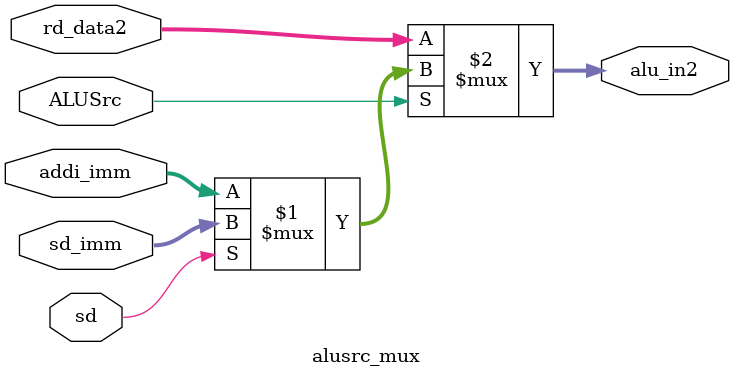
<source format=v>
`timescale 1ns / 1ps


module alusrc_mux(rd_data2, sd_imm, addi_imm, ALUSrc, sd, alu_in2

    );
    
    input [63:0] rd_data2, sd_imm, addi_imm;
    input ALUSrc, sd;
    output [63:0] alu_in2;
    
    assign alu_in2 = ALUSrc ? ((sd)? sd_imm : addi_imm) : rd_data2;
endmodule

</source>
